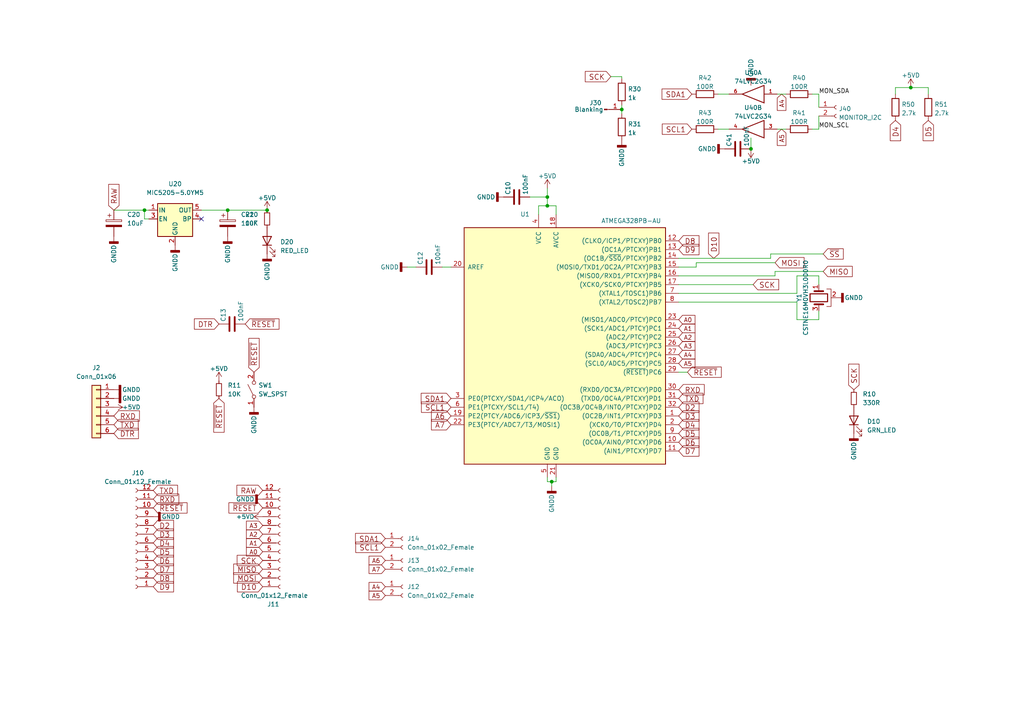
<source format=kicad_sch>
(kicad_sch (version 20211123) (generator eeschema)
  (paper "A4")
  (lib_symbols
    (symbol "74xGxx:74LVC2G34" (pin_names (offset 1.016))
      (property "Reference" "U" (at -2.54 3.81 0))
      (property "Value" "74LVC2G34" (at 0 -3.81 0))
      (symbol "74LVC2G34_0_1"
        (polyline (pts (xy -3.81 2.54) (xy -3.81 -2.54) (xy 2.54 0) (xy -3.81 2.54)) (stroke (width 0.254)))
        (pin power_in line (at 0 -2.54 270) (length 0) hide (name "GND") (number "2"))
        (pin power_in line (at 0 2.54 90) (length 0) hide (name "VCC") (number "5"))
      )
      (symbol "74LVC2G34_1_1"
        (pin input line (at -7.62 0 0) (length 3.81) (name "~") (number "1"))
        (pin output line (at 6.35 0 180) (length 3.81) (name "~") (number "6"))
      )
      (symbol "74LVC2G34_2_1"
        (pin input line (at -7.62 0 0) (length 3.81) (name "~") (number "3"))
        (pin output line (at 6.35 0 180) (length 3.81) (name "~") (number "4"))
      )
    )
    (symbol "Connector:Conn_01x01_Male" (pin_names (offset 1.016) hide)
      (property "Reference" "J" (at 0 2.54 0))
      (property "Value" "Conn_01x01_Male" (at 0 -2.54 0))
      (symbol "Conn_01x01_Male_1_1"
        (polyline (pts (xy 1.27 0) (xy 0.8636 0)) (stroke (width 0.1524)))
        (rectangle (start 0.8636 0.127) (end 0 -0.127) (stroke (width 0.1524)) (fill (type outline)))
        (pin passive line (at 5.08 0 180) (length 3.81) (name "Pin_1") (number "1"))
      )
    )
    (symbol "Connector:Conn_01x02_Female" (pin_names (offset 1.016) hide)
      (property "Reference" "J" (at 0 2.54 0))
      (property "Value" "Conn_01x02_Female" (at 0 -5.08 0))
      (symbol "Conn_01x02_Female_1_1"
        (arc (start 0 -2.032) (mid -0.508 -2.54) (end 0 -3.048) (stroke (width 0.1524)))
        (polyline (pts (xy -1.27 -2.54) (xy -0.508 -2.54)) (stroke (width 0.1524)))
        (polyline (pts (xy -1.27 0) (xy -0.508 0)) (stroke (width 0.1524)))
        (arc (start 0 0.508) (mid -0.508 0) (end 0 -0.508) (stroke (width 0.1524)))
        (pin passive line (at -5.08 0 0) (length 3.81) (name "Pin_1") (number "1"))
        (pin passive line (at -5.08 -2.54 0) (length 3.81) (name "Pin_2") (number "2"))
      )
    )
    (symbol "Connector:Conn_01x12_Female" (pin_names (offset 1.016) hide)
      (property "Reference" "J" (at 0 15.24 0))
      (property "Value" "Conn_01x12_Female" (at 0 -17.78 0))
      (symbol "Conn_01x12_Female_1_1"
        (arc (start 0 -14.732) (mid -0.508 -15.24) (end 0 -15.748) (stroke (width 0.1524)))
        (arc (start 0 -12.192) (mid -0.508 -12.7) (end 0 -13.208) (stroke (width 0.1524)))
        (arc (start 0 -9.652) (mid -0.508 -10.16) (end 0 -10.668) (stroke (width 0.1524)))
        (arc (start 0 -7.112) (mid -0.508 -7.62) (end 0 -8.128) (stroke (width 0.1524)))
        (arc (start 0 -4.572) (mid -0.508 -5.08) (end 0 -5.588) (stroke (width 0.1524)))
        (arc (start 0 -2.032) (mid -0.508 -2.54) (end 0 -3.048) (stroke (width 0.1524)))
        (polyline (pts (xy -1.27 -15.24) (xy -0.508 -15.24)) (stroke (width 0.1524)))
        (polyline (pts (xy -1.27 -12.7) (xy -0.508 -12.7)) (stroke (width 0.1524)))
        (polyline (pts (xy -1.27 -10.16) (xy -0.508 -10.16)) (stroke (width 0.1524)))
        (polyline (pts (xy -1.27 -7.62) (xy -0.508 -7.62)) (stroke (width 0.1524)))
        (polyline (pts (xy -1.27 -5.08) (xy -0.508 -5.08)) (stroke (width 0.1524)))
        (polyline (pts (xy -1.27 -2.54) (xy -0.508 -2.54)) (stroke (width 0.1524)))
        (polyline (pts (xy -1.27 0) (xy -0.508 0)) (stroke (width 0.1524)))
        (polyline (pts (xy -1.27 2.54) (xy -0.508 2.54)) (stroke (width 0.1524)))
        (polyline (pts (xy -1.27 5.08) (xy -0.508 5.08)) (stroke (width 0.1524)))
        (polyline (pts (xy -1.27 7.62) (xy -0.508 7.62)) (stroke (width 0.1524)))
        (polyline (pts (xy -1.27 10.16) (xy -0.508 10.16)) (stroke (width 0.1524)))
        (polyline (pts (xy -1.27 12.7) (xy -0.508 12.7)) (stroke (width 0.1524)))
        (arc (start 0 0.508) (mid -0.508 0) (end 0 -0.508) (stroke (width 0.1524)))
        (arc (start 0 3.048) (mid -0.508 2.54) (end 0 2.032) (stroke (width 0.1524)))
        (arc (start 0 5.588) (mid -0.508 5.08) (end 0 4.572) (stroke (width 0.1524)))
        (arc (start 0 8.128) (mid -0.508 7.62) (end 0 7.112) (stroke (width 0.1524)))
        (arc (start 0 10.668) (mid -0.508 10.16) (end 0 9.652) (stroke (width 0.1524)))
        (arc (start 0 13.208) (mid -0.508 12.7) (end 0 12.192) (stroke (width 0.1524)))
        (pin passive line (at -5.08 12.7 0) (length 3.81) (name "Pin_1") (number "1"))
        (pin passive line (at -5.08 -10.16 0) (length 3.81) (name "Pin_10") (number "10"))
        (pin passive line (at -5.08 -12.7 0) (length 3.81) (name "Pin_11") (number "11"))
        (pin passive line (at -5.08 -15.24 0) (length 3.81) (name "Pin_12") (number "12"))
        (pin passive line (at -5.08 10.16 0) (length 3.81) (name "Pin_2") (number "2"))
        (pin passive line (at -5.08 7.62 0) (length 3.81) (name "Pin_3") (number "3"))
        (pin passive line (at -5.08 5.08 0) (length 3.81) (name "Pin_4") (number "4"))
        (pin passive line (at -5.08 2.54 0) (length 3.81) (name "Pin_5") (number "5"))
        (pin passive line (at -5.08 0 0) (length 3.81) (name "Pin_6") (number "6"))
        (pin passive line (at -5.08 -2.54 0) (length 3.81) (name "Pin_7") (number "7"))
        (pin passive line (at -5.08 -5.08 0) (length 3.81) (name "Pin_8") (number "8"))
        (pin passive line (at -5.08 -7.62 0) (length 3.81) (name "Pin_9") (number "9"))
      )
    )
    (symbol "Connector_Generic:Conn_01x06" (pin_names (offset 1.016) hide)
      (property "Reference" "J" (at 0 7.62 0))
      (property "Value" "Conn_01x06" (at 0 -10.16 0))
      (symbol "Conn_01x06_1_1"
        (rectangle (start -1.27 -7.493) (end 0 -7.747) (stroke (width 0.1524)))
        (rectangle (start -1.27 -4.953) (end 0 -5.207) (stroke (width 0.1524)))
        (rectangle (start -1.27 -2.413) (end 0 -2.667) (stroke (width 0.1524)))
        (rectangle (start -1.27 0.127) (end 0 -0.127) (stroke (width 0.1524)))
        (rectangle (start -1.27 2.667) (end 0 2.413) (stroke (width 0.1524)))
        (rectangle (start -1.27 5.207) (end 0 4.953) (stroke (width 0.1524)))
        (rectangle (start -1.27 6.35) (end 1.27 -8.89) (stroke (width 0.254)) (fill (type background)))
        (pin passive line (at -5.08 5.08 0) (length 3.81) (name "Pin_1") (number "1"))
        (pin passive line (at -5.08 2.54 0) (length 3.81) (name "Pin_2") (number "2"))
        (pin passive line (at -5.08 0 0) (length 3.81) (name "Pin_3") (number "3"))
        (pin passive line (at -5.08 -2.54 0) (length 3.81) (name "Pin_4") (number "4"))
        (pin passive line (at -5.08 -5.08 0) (length 3.81) (name "Pin_5") (number "5"))
        (pin passive line (at -5.08 -7.62 0) (length 3.81) (name "Pin_6") (number "6"))
      )
    )
    (symbol "Device:C_Polarized" (pin_numbers hide) (pin_names (offset 0.254))
      (property "Reference" "C" (at 0.635 2.54 0))
      (property "Value" "C_Polarized" (at 0.635 -2.54 0))
      (symbol "C_Polarized_0_1"
        (rectangle (start -2.286 0.508) (end 2.286 1.016))
        (polyline (pts (xy -1.778 2.286) (xy -0.762 2.286)))
        (polyline (pts (xy -1.27 2.794) (xy -1.27 1.778)))
        (rectangle (start 2.286 -0.508) (end -2.286 -1.016) (fill (type outline)))
      )
      (symbol "C_Polarized_1_1"
        (pin passive line (at 0 3.81 270) (length 2.794) (name "~") (number "1"))
        (pin passive line (at 0 -3.81 90) (length 2.794) (name "~") (number "2"))
      )
    )
    (symbol "Device:LED" (pin_numbers hide) (pin_names (offset 1.016) hide)
      (property "Reference" "D" (at 0 2.54 0))
      (property "Value" "LED" (at 0 -2.54 0))
      (symbol "LED_0_1"
        (polyline (pts (xy -1.27 -1.27) (xy -1.27 1.27)) (stroke (width 0.254)))
        (polyline (pts (xy -1.27 0) (xy 1.27 0)))
        (polyline (pts (xy 1.27 -1.27) (xy 1.27 1.27) (xy -1.27 0) (xy 1.27 -1.27)) (stroke (width 0.254)))
        (polyline (pts (xy -3.048 -0.762) (xy -4.572 -2.286) (xy -3.81 -2.286) (xy -4.572 -2.286) (xy -4.572 -1.524)))
        (polyline (pts (xy -1.778 -0.762) (xy -3.302 -2.286) (xy -2.54 -2.286) (xy -3.302 -2.286) (xy -3.302 -1.524)))
      )
      (symbol "LED_1_1"
        (pin passive line (at -3.81 0 0) (length 2.54) (name "K") (number "1"))
        (pin passive line (at 3.81 0 180) (length 2.54) (name "A") (number "2"))
      )
    )
    (symbol "Device:R" (pin_numbers hide) (pin_names (offset 0))
      (property "Reference" "R" (at 2.032 0 90))
      (property "Value" "R" (at 0 0 90))
      (symbol "R_0_1"
        (rectangle (start -1.016 -2.54) (end 1.016 2.54) (stroke (width 0.254)))
      )
      (symbol "R_1_1"
        (pin passive line (at 0 3.81 270) (length 1.27) (name "~") (number "1"))
        (pin passive line (at 0 -3.81 90) (length 1.27) (name "~") (number "2"))
      )
    )
    (symbol "Device:R_Small" (pin_numbers hide) (pin_names (offset 0.254) hide)
      (property "Reference" "R" (at 0.762 0.508 0))
      (property "Value" "R_Small" (at 0.762 -1.016 0))
      (symbol "R_Small_0_1"
        (rectangle (start -0.762 1.778) (end 0.762 -1.778) (stroke (width 0.2032)))
      )
      (symbol "R_Small_1_1"
        (pin passive line (at 0 2.54 270) (length 0.762) (name "~") (number "1"))
        (pin passive line (at 0 -2.54 90) (length 0.762) (name "~") (number "2"))
      )
    )
    (symbol "Regulator_Linear:MIC5205-5.0YM5" (pin_names (offset 0.254))
      (property "Reference" "U" (at -3.81 5.715 0))
      (property "Value" "MIC5205-5.0YM5" (at 0 5.715 0))
      (symbol "MIC5205-5.0YM5_0_1"
        (rectangle (start -5.08 4.445) (end 5.08 -5.08) (stroke (width 0.254)) (fill (type background)))
      )
      (symbol "MIC5205-5.0YM5_1_1"
        (pin power_in line (at -7.62 2.54 0) (length 2.54) (name "IN") (number "1"))
        (pin power_in line (at 0 -7.62 90) (length 2.54) (name "GND") (number "2"))
        (pin input line (at -7.62 0 0) (length 2.54) (name "EN") (number "3"))
        (pin input line (at 7.62 0 180) (length 2.54) (name "BP") (number "4"))
        (pin power_out line (at 7.62 2.54 180) (length 2.54) (name "OUT") (number "5"))
      )
    )
    (symbol "Switch:SW_SPST" (pin_names (offset 0) hide)
      (property "Reference" "SW" (at 0 3.175 0))
      (property "Value" "SW_SPST" (at 0 -2.54 0))
      (symbol "SW_SPST_0_0"
        (circle (center -2.032 0) (radius 0.508))
        (polyline (pts (xy -1.524 0.254) (xy 1.524 1.778)))
        (circle (center 2.032 0) (radius 0.508))
      )
      (symbol "SW_SPST_1_1"
        (pin passive line (at -5.08 0 0) (length 2.54) (name "A") (number "1"))
        (pin passive line (at 5.08 0 180) (length 2.54) (name "B") (number "2"))
      )
    )
    (symbol "bkm-129x-scart-vga-rescue:ATMEGA328PB-AU" (pin_names (offset 1.016))
      (property "Reference" "U" (at -10.16 37.465 0))
      (property "Value" "ATMEGA328PB-AU" (at -10.16 35.56 0))
      (symbol "ATMEGA328PB-AU_0_1"
        (rectangle (start -29.21 34.29) (end 29.21 -34.29) (stroke (width 0.254)) (fill (type background)))
      )
      (symbol "ATMEGA328PB-AU_1_1"
        (pin bidirectional line (at 33.02 -20.32 180) (length 3.81) (name "(OC2B/INT1/PTCXY)PD3") (number "1"))
        (pin bidirectional line (at 33.02 -27.94 180) (length 3.81) (name "(OC0A/AIN0/PTCXY)PD6") (number "10"))
        (pin bidirectional line (at 33.02 -30.48 180) (length 3.81) (name "(AIN1/PTCXY)PD7") (number "11"))
        (pin bidirectional line (at 33.02 30.48 180) (length 3.81) (name "(CLKO/ICP1/PTCXY)PB0") (number "12"))
        (pin bidirectional line (at 33.02 27.94 180) (length 3.81) (name "(OC1A/PTCXY)PB1") (number "13"))
        (pin bidirectional line (at 33.02 25.4 180) (length 3.81) (name "(OC1B/~{SS0}/PTCXY)PB2") (number "14"))
        (pin bidirectional line (at 33.02 22.86 180) (length 3.81) (name "(MOSI0/TXD1/OC2A/PTCXY)PB3") (number "15"))
        (pin bidirectional line (at 33.02 20.32 180) (length 3.81) (name "(MISO0/RXD1/PTCXY)PB4") (number "16"))
        (pin bidirectional line (at 33.02 17.78 180) (length 3.81) (name "(XCK0/SCK0/PTCXY)PB5") (number "17"))
        (pin power_in line (at -2.54 38.1 270) (length 3.81) (name "AVCC") (number "18"))
        (pin bidirectional line (at -33.02 -20.32 0) (length 3.81) (name "PE2(PTCY/ADC6/ICP3/~{SS1})") (number "19"))
        (pin bidirectional line (at 33.02 -22.86 180) (length 3.81) (name "(XCK0/T0/PTCXY)PD4") (number "2"))
        (pin bidirectional line (at -33.02 22.86 0) (length 3.81) (name "AREF") (number "20"))
        (pin power_in line (at -2.54 -38.1 90) (length 3.81) (name "GND") (number "21"))
        (pin bidirectional line (at -33.02 -22.86 0) (length 3.81) (name "PE3(PTCY/ADC7/T3/MOSI1)") (number "22"))
        (pin bidirectional line (at 33.02 7.62 180) (length 3.81) (name "(MISO1/ADC0/PTCY)PC0") (number "23"))
        (pin bidirectional line (at 33.02 5.08 180) (length 3.81) (name "(SCK1/ADC1/PTCY)PC1") (number "24"))
        (pin bidirectional line (at 33.02 2.54 180) (length 3.81) (name "(ADC2/PTCY)PC2") (number "25"))
        (pin bidirectional line (at 33.02 0 180) (length 3.81) (name "(ADC3/PTCY)PC3") (number "26"))
        (pin bidirectional line (at 33.02 -2.54 180) (length 3.81) (name "(SDA0/ADC4/PTCY)PC4") (number "27"))
        (pin bidirectional line (at 33.02 -5.08 180) (length 3.81) (name "(SCL0/ADC5/PTCY)PC5") (number "28"))
        (pin bidirectional line (at 33.02 -7.62 180) (length 3.81) (name "(~{RESET})PC6") (number "29"))
        (pin bidirectional line (at -33.02 -15.24 0) (length 3.81) (name "PE0(PTCXY/SDA1/ICP4/ACO)") (number "3"))
        (pin bidirectional line (at 33.02 -12.7 180) (length 3.81) (name "(RXD0/OC3A/PTCXY)PD0") (number "30"))
        (pin bidirectional line (at 33.02 -15.24 180) (length 3.81) (name "(TXD0/OC4A/PTCXY)PD1") (number "31"))
        (pin bidirectional line (at 33.02 -17.78 180) (length 3.81) (name "(OC3B/OC4B/INT0/PTCXY)PD2") (number "32"))
        (pin power_in line (at -7.62 38.1 270) (length 3.81) (name "VCC") (number "4"))
        (pin power_in line (at -5.08 -38.1 90) (length 3.81) (name "GND") (number "5"))
        (pin bidirectional line (at -33.02 -17.78 0) (length 3.81) (name "PE1(PTCXY/SCL1/T4)") (number "6"))
        (pin bidirectional line (at 33.02 15.24 180) (length 3.81) (name "(XTAL1/TOSC1)PB6") (number "7"))
        (pin bidirectional line (at 33.02 12.7 180) (length 3.81) (name "(XTAL2/TOSC2)PB7") (number "8"))
        (pin bidirectional line (at 33.02 -25.4 180) (length 3.81) (name "(OC0B/T1/PTCXY)PD5") (number "9"))
      )
    )
    (symbol "bkm-129x-scart-vga-rescue:C" (pin_numbers hide) (pin_names (offset 0.254))
      (property "Reference" "C" (at 0.635 2.54 0))
      (property "Value" "C" (at 0.635 -2.54 0))
      (symbol "C_0_1"
        (polyline (pts (xy -2.032 -0.762) (xy 2.032 -0.762)) (stroke (width 0.508)))
        (polyline (pts (xy -2.032 0.762) (xy 2.032 0.762)) (stroke (width 0.508)))
      )
      (symbol "C_1_1"
        (pin passive line (at 0 3.81 270) (length 2.794) (name "~") (number "1"))
        (pin passive line (at 0 -3.81 90) (length 2.794) (name "~") (number "2"))
      )
    )
    (symbol "bkm-129x-scart-vga-rescue:Crystal_GND2" (pin_names (offset 1.016) hide)
      (property "Reference" "Y" (at 0 5.715 0))
      (property "Value" "Crystal_GND2" (at 0 3.81 0))
      (symbol "Crystal_GND2_0_1"
        (rectangle (start -1.143 2.54) (end 1.143 -2.54) (stroke (width 0.3048)))
        (polyline (pts (xy -2.54 0) (xy -1.905 0)))
        (polyline (pts (xy -1.905 -1.27) (xy -1.905 1.27)) (stroke (width 0.508)))
        (polyline (pts (xy 0 -3.81) (xy 0 -3.556)))
        (polyline (pts (xy 1.905 0) (xy 2.54 0)))
        (polyline (pts (xy 1.905 1.27) (xy 1.905 -1.27)) (stroke (width 0.508)))
        (polyline (pts (xy -2.54 -2.286) (xy -2.54 -3.556) (xy 2.54 -3.556) (xy 2.54 -2.286)))
      )
      (symbol "Crystal_GND2_1_1"
        (pin passive line (at -3.81 0 0) (length 1.27) (name "1") (number "1"))
        (pin passive line (at 0 -5.08 90) (length 1.27) (name "2") (number "2"))
        (pin passive line (at 3.81 0 180) (length 1.27) (name "3") (number "3"))
      )
    )
    (symbol "power:+5VD" (power) (pin_names (offset 0))
      (property "Value" "+5VD" (at 0 3.556 0))
      (symbol "+5VD_0_1"
        (polyline (pts (xy -0.762 1.27) (xy 0 2.54)))
        (polyline (pts (xy 0 0) (xy 0 2.54)))
        (polyline (pts (xy 0 2.54) (xy 0.762 1.27)))
      )
      (symbol "+5VD_1_1"
        (pin power_in line (at 0 0 90) (length 0) hide (name "+5VD") (number "1"))
      )
    )
    (symbol "power:GNDD" (power) (pin_names (offset 0))
      (property "Value" "GNDD" (at 0 -3.175 0))
      (symbol "GNDD_0_1"
        (rectangle (start -1.27 -1.524) (end 1.27 -2.032) (stroke (width 0.254)) (fill (type outline)))
        (polyline (pts (xy 0 0) (xy 0 -1.524)))
      )
      (symbol "GNDD_1_1"
        (pin power_in line (at 0 0 270) (length 0) hide (name "GNDD") (number "1"))
      )
    )
  )
  (junction (at 180.34 31.75))
  (junction (at 41.91 60.96))
  (junction (at 217.805 43.18))
  (junction (at 158.75 59.69))
  (junction (at 66.04 60.96))
  (junction (at 158.75 57.15))
  (junction (at 77.47 60.96))
  (junction (at 160.02 139.7))
  (junction (at 264.16 25.4))
  (no_connect (at 58.42 63.5))
  (wire (pts (xy 161.29 139.7) (xy 161.29 138.43)))
  (wire (pts (xy 237.49 37.465) (xy 237.49 33.655)))
  (wire (pts (xy 158.75 138.43) (xy 158.75 139.7)))
  (wire (pts (xy 223.52 74.93) (xy 223.52 73.66)))
  (wire (pts (xy 231.14 92.71) (xy 237.49 92.71)))
  (wire (pts (xy 156.21 59.69) (xy 158.75 59.69)))
  (wire (pts (xy 196.85 107.95) (xy 199.39 107.95)))
  (wire (pts (xy 237.49 27.305) (xy 237.49 31.115)))
  (wire (pts (xy 237.49 80.01) (xy 237.49 82.55)))
  (wire (pts (xy 196.85 82.55) (xy 218.44 82.55)))
  (wire (pts (xy 231.14 80.01) (xy 237.49 80.01)))
  (wire (pts (xy 201.93 76.2) (xy 224.79 76.2)))
  (wire (pts (xy 180.34 22.225) (xy 180.34 22.86)))
  (wire (pts (xy 158.75 57.15) (xy 158.75 59.69)))
  (wire (pts (xy 196.85 85.09) (xy 231.14 85.09)))
  (wire (pts (xy 153.67 57.15) (xy 158.75 57.15)))
  (wire (pts (xy 224.79 78.74) (xy 238.76 78.74)))
  (wire (pts (xy 217.805 40.005) (xy 217.805 43.18)))
  (wire (pts (xy 259.715 27.305) (xy 259.715 25.4)))
  (wire (pts (xy 223.52 73.66) (xy 238.76 73.66)))
  (wire (pts (xy 231.14 87.63) (xy 231.14 92.71)))
  (wire (pts (xy 224.79 80.01) (xy 224.79 78.74)))
  (wire (pts (xy 201.93 77.47) (xy 201.93 76.2)))
  (wire (pts (xy 43.18 60.96) (xy 41.91 60.96)))
  (wire (pts (xy 196.85 77.47) (xy 201.93 77.47)))
  (wire (pts (xy 235.585 27.305) (xy 237.49 27.305)))
  (wire (pts (xy 33.02 60.96) (xy 41.91 60.96)))
  (wire (pts (xy 58.42 60.96) (xy 66.04 60.96)))
  (wire (pts (xy 158.75 54.61) (xy 158.75 57.15)))
  (wire (pts (xy 259.715 25.4) (xy 264.16 25.4)))
  (wire (pts (xy 180.34 31.75) (xy 180.34 33.02)))
  (wire (pts (xy 235.585 37.465) (xy 237.49 37.465)))
  (wire (pts (xy 158.75 139.7) (xy 160.02 139.7)))
  (wire (pts (xy 208.28 37.465) (xy 211.455 37.465)))
  (wire (pts (xy 180.34 30.48) (xy 180.34 31.75)))
  (wire (pts (xy 196.85 87.63) (xy 231.14 87.63)))
  (wire (pts (xy 41.91 60.96) (xy 41.91 63.5)))
  (wire (pts (xy 208.28 27.305) (xy 211.455 27.305)))
  (wire (pts (xy 237.49 92.71) (xy 237.49 90.17)))
  (wire (pts (xy 156.21 62.23) (xy 156.21 59.69)))
  (wire (pts (xy 196.85 80.01) (xy 224.79 80.01)))
  (wire (pts (xy 269.24 25.4) (xy 269.24 27.305)))
  (wire (pts (xy 196.85 74.93) (xy 223.52 74.93)))
  (wire (pts (xy 225.425 37.465) (xy 227.965 37.465)))
  (wire (pts (xy 231.14 85.09) (xy 231.14 80.01)))
  (wire (pts (xy 160.02 139.7) (xy 160.02 140.97)))
  (wire (pts (xy 158.75 59.69) (xy 161.29 59.69)))
  (wire (pts (xy 225.425 27.305) (xy 227.965 27.305)))
  (wire (pts (xy 264.16 25.4) (xy 269.24 25.4)))
  (wire (pts (xy 160.02 139.7) (xy 161.29 139.7)))
  (wire (pts (xy 66.04 60.96) (xy 77.47 60.96)))
  (wire (pts (xy 128.27 77.47) (xy 130.81 77.47)))
  (wire (pts (xy 161.29 59.69) (xy 161.29 62.23)))
  (wire (pts (xy 118.11 77.47) (xy 120.65 77.47)))
  (wire (pts (xy 177.165 22.225) (xy 180.34 22.225)))
  (wire (pts (xy 41.91 63.5) (xy 43.18 63.5)))
  (label "MON_SCL" (at 237.49 37.338 0))
  (label "MON_SDA" (at 237.49 27.432 0))
  (global_label "SDA1" (shape input) (at 111.76 156.21 180) (effects (font (size 1.524 1.524))) (property "Intersheet References" "${INTERSHEET_REFS}" (effects hide)))
  (global_label "A4" (shape input) (at 196.85 102.87 0) (property "Intersheet References" "${INTERSHEET_REFS}" (effects hide)))
  (global_label "A7" (shape input) (at 111.76 165.1 180) (property "Intersheet References" "${INTERSHEET_REFS}" (effects hide)))
  (global_label "D9" (shape input) (at 196.85 72.39 0) (effects (font (size 1.524 1.524))) (property "Intersheet References" "${INTERSHEET_REFS}" (effects hide)))
  (global_label "D2" (shape input) (at 196.85 118.11 0) (effects (font (size 1.524 1.524))) (property "Intersheet References" "${INTERSHEET_REFS}" (effects hide)))
  (global_label "A4" (shape input) (at 111.76 170.18 180) (property "Intersheet References" "${INTERSHEET_REFS}" (effects hide)))
  (global_label "D4" (shape input) (at 44.45 157.48 0) (effects (font (size 1.524 1.524))) (property "Intersheet References" "${INTERSHEET_REFS}" (effects hide)))
  (global_label "A5" (shape input) (at 111.76 172.72 180) (property "Intersheet References" "${INTERSHEET_REFS}" (effects hide)))
  (global_label "SCK" (shape input) (at 76.2 162.56 180) (effects (font (size 1.524 1.524))) (property "Intersheet References" "${INTERSHEET_REFS}" (effects hide)))
  (global_label "A0" (shape input) (at 196.85 92.71 0) (property "Intersheet References" "${INTERSHEET_REFS}" (effects hide)))
  (global_label "A5" (shape input) (at 196.85 105.41 0) (property "Intersheet References" "${INTERSHEET_REFS}" (effects hide)))
  (global_label "A2" (shape input) (at 196.85 97.79 0) (property "Intersheet References" "${INTERSHEET_REFS}" (effects hide)))
  (global_label "MISO" (shape input) (at 76.2 165.1 180) (effects (font (size 1.524 1.524))) (property "Intersheet References" "${INTERSHEET_REFS}" (effects hide)))
  (global_label "A5" (shape input) (at 226.695 37.465 270) (property "Intersheet References" "${INTERSHEET_REFS}" (effects hide)))
  (global_label "~{RESET}" (shape input) (at 76.2 147.32 180) (effects (font (size 1.524 1.524))) (property "Intersheet References" "${INTERSHEET_REFS}" (effects hide)))
  (global_label "RAW" (shape input) (at 76.2 142.24 180) (effects (font (size 1.524 1.524))) (property "Intersheet References" "${INTERSHEET_REFS}" (effects hide)))
  (global_label "A4" (shape input) (at 226.695 27.305 270) (property "Intersheet References" "${INTERSHEET_REFS}" (effects hide)))
  (global_label "A1" (shape input) (at 76.2 157.48 180) (property "Intersheet References" "${INTERSHEET_REFS}" (effects hide)))
  (global_label "SCL1" (shape input) (at 130.81 118.11 180) (effects (font (size 1.524 1.524))) (property "Intersheet References" "${INTERSHEET_REFS}" (effects hide)))
  (global_label "~{RESET}" (shape input) (at 73.66 107.95 90) (effects (font (size 1.524 1.524))) (property "Intersheet References" "${INTERSHEET_REFS}" (effects hide)))
  (global_label "~{RESET}" (shape input) (at 71.12 93.98 0) (effects (font (size 1.524 1.524))) (property "Intersheet References" "${INTERSHEET_REFS}" (effects hide)))
  (global_label "D5" (shape input) (at 269.24 34.925 270) (effects (font (size 1.524 1.524))) (property "Intersheet References" "${INTERSHEET_REFS}" (effects hide)))
  (global_label "DTR" (shape input) (at 63.5 93.98 180) (effects (font (size 1.524 1.524))) (property "Intersheet References" "${INTERSHEET_REFS}" (effects hide)))
  (global_label "D5" (shape input) (at 44.45 160.02 0) (effects (font (size 1.524 1.524))) (property "Intersheet References" "${INTERSHEET_REFS}" (effects hide)))
  (global_label "SCK" (shape input) (at 218.44 82.55 0) (effects (font (size 1.524 1.524))) (property "Intersheet References" "${INTERSHEET_REFS}" (effects hide)))
  (global_label "MOSI" (shape input) (at 76.2 167.64 180) (effects (font (size 1.524 1.524))) (property "Intersheet References" "${INTERSHEET_REFS}" (effects hide)))
  (global_label "SCL1" (shape input) (at 200.66 37.465 180) (effects (font (size 1.524 1.524))) (property "Intersheet References" "${INTERSHEET_REFS}" (effects hide)))
  (global_label "SCL1" (shape input) (at 111.76 158.75 180) (effects (font (size 1.524 1.524))) (property "Intersheet References" "${INTERSHEET_REFS}" (effects hide)))
  (global_label "D8" (shape input) (at 44.45 167.64 0) (effects (font (size 1.524 1.524))) (property "Intersheet References" "${INTERSHEET_REFS}" (effects hide)))
  (global_label "D7" (shape input) (at 44.45 165.1 0) (effects (font (size 1.524 1.524))) (property "Intersheet References" "${INTERSHEET_REFS}" (effects hide)))
  (global_label "~{SS}" (shape input) (at 238.76 73.66 0) (effects (font (size 1.524 1.524))) (property "Intersheet References" "${INTERSHEET_REFS}" (effects hide)))
  (global_label "TXD" (shape input) (at 196.85 115.57 0) (effects (font (size 1.524 1.524))) (property "Intersheet References" "${INTERSHEET_REFS}" (effects hide)))
  (global_label "A3" (shape input) (at 76.2 152.4 180) (property "Intersheet References" "${INTERSHEET_REFS}" (effects hide)))
  (global_label "A3" (shape input) (at 196.85 100.33 0) (property "Intersheet References" "${INTERSHEET_REFS}" (effects hide)))
  (global_label "D9" (shape input) (at 44.45 170.18 0) (effects (font (size 1.524 1.524))) (property "Intersheet References" "${INTERSHEET_REFS}" (effects hide)))
  (global_label "D7" (shape input) (at 196.85 130.81 0) (effects (font (size 1.524 1.524))) (property "Intersheet References" "${INTERSHEET_REFS}" (effects hide)))
  (global_label "~{RESET}" (shape input) (at 44.45 147.32 0) (effects (font (size 1.524 1.524))) (property "Intersheet References" "${INTERSHEET_REFS}" (effects hide)))
  (global_label "SCK" (shape input) (at 177.165 22.225 180) (effects (font (size 1.524 1.524))) (property "Intersheet References" "${INTERSHEET_REFS}" (effects hide)))
  (global_label "DTR" (shape input) (at 33.02 125.73 0) (effects (font (size 1.524 1.524))) (property "Intersheet References" "${INTERSHEET_REFS}" (effects hide)))
  (global_label "RXD" (shape input) (at 33.02 120.65 0) (effects (font (size 1.524 1.524))) (property "Intersheet References" "${INTERSHEET_REFS}" (effects hide)))
  (global_label "D4" (shape input) (at 196.85 123.19 0) (effects (font (size 1.524 1.524))) (property "Intersheet References" "${INTERSHEET_REFS}" (effects hide)))
  (global_label "A6" (shape input) (at 130.81 120.65 180) (effects (font (size 1.524 1.524))) (property "Intersheet References" "${INTERSHEET_REFS}" (effects hide)))
  (global_label "D6" (shape input) (at 44.45 162.56 0) (effects (font (size 1.524 1.524))) (property "Intersheet References" "${INTERSHEET_REFS}" (effects hide)))
  (global_label "SDA1" (shape input) (at 200.66 27.305 180) (effects (font (size 1.524 1.524))) (property "Intersheet References" "${INTERSHEET_REFS}" (effects hide)))
  (global_label "A6" (shape input) (at 111.76 162.56 180) (property "Intersheet References" "${INTERSHEET_REFS}" (effects hide)))
  (global_label "D2" (shape input) (at 44.45 152.4 0) (effects (font (size 1.524 1.524))) (property "Intersheet References" "${INTERSHEET_REFS}" (effects hide)))
  (global_label "A7" (shape input) (at 130.81 123.19 180) (effects (font (size 1.524 1.524))) (property "Intersheet References" "${INTERSHEET_REFS}" (effects hide)))
  (global_label "TXD" (shape input) (at 44.45 142.24 0) (effects (font (size 1.524 1.524))) (property "Intersheet References" "${INTERSHEET_REFS}" (effects hide)))
  (global_label "~{RESET}" (shape input) (at 63.5 115.57 270) (effects (font (size 1.524 1.524))) (property "Intersheet References" "${INTERSHEET_REFS}" (effects hide)))
  (global_label "D10" (shape input) (at 207.01 74.93 90) (effects (font (size 1.524 1.524))) (property "Intersheet References" "${INTERSHEET_REFS}" (effects hide)))
  (global_label "D5" (shape input) (at 196.85 125.73 0) (effects (font (size 1.524 1.524))) (property "Intersheet References" "${INTERSHEET_REFS}" (effects hide)))
  (global_label "TXD" (shape input) (at 33.02 123.19 0) (effects (font (size 1.524 1.524))) (property "Intersheet References" "${INTERSHEET_REFS}" (effects hide)))
  (global_label "D6" (shape input) (at 196.85 128.27 0) (effects (font (size 1.524 1.524))) (property "Intersheet References" "${INTERSHEET_REFS}" (effects hide)))
  (global_label "A2" (shape input) (at 76.2 154.94 180) (property "Intersheet References" "${INTERSHEET_REFS}" (effects hide)))
  (global_label "MISO" (shape input) (at 238.76 78.74 0) (effects (font (size 1.524 1.524))) (property "Intersheet References" "${INTERSHEET_REFS}" (effects hide)))
  (global_label "D10" (shape input) (at 76.2 170.18 180) (effects (font (size 1.524 1.524))) (property "Intersheet References" "${INTERSHEET_REFS}" (effects hide)))
  (global_label "A0" (shape input) (at 76.2 160.02 180) (property "Intersheet References" "${INTERSHEET_REFS}" (effects hide)))
  (global_label "A1" (shape input) (at 196.85 95.25 0) (property "Intersheet References" "${INTERSHEET_REFS}" (effects hide)))
  (global_label "RXD" (shape input) (at 196.85 113.03 0) (effects (font (size 1.524 1.524))) (property "Intersheet References" "${INTERSHEET_REFS}" (effects hide)))
  (global_label "MOSI" (shape input) (at 224.79 76.2 0) (effects (font (size 1.524 1.524))) (property "Intersheet References" "${INTERSHEET_REFS}" (effects hide)))
  (global_label "RXD" (shape input) (at 44.45 144.78 0) (effects (font (size 1.524 1.524))) (property "Intersheet References" "${INTERSHEET_REFS}" (effects hide)))
  (global_label "D3" (shape input) (at 196.85 120.65 0) (effects (font (size 1.524 1.524))) (property "Intersheet References" "${INTERSHEET_REFS}" (effects hide)))
  (global_label "SDA1" (shape input) (at 130.81 115.57 180) (effects (font (size 1.524 1.524))) (property "Intersheet References" "${INTERSHEET_REFS}" (effects hide)))
  (global_label "~{RESET}" (shape input) (at 199.39 107.95 0) (effects (font (size 1.524 1.524))) (property "Intersheet References" "${INTERSHEET_REFS}" (effects hide)))
  (global_label "D8" (shape input) (at 196.85 69.85 0) (effects (font (size 1.524 1.524))) (property "Intersheet References" "${INTERSHEET_REFS}" (effects hide)))
  (global_label "RAW" (shape input) (at 33.02 60.96 90) (effects (font (size 1.524 1.524))) (property "Intersheet References" "${INTERSHEET_REFS}" (effects hide)))
  (global_label "SCK" (shape input) (at 247.65 113.03 90) (effects (font (size 1.524 1.524))) (property "Intersheet References" "${INTERSHEET_REFS}" (effects hide)))
  (global_label "D4" (shape input) (at 259.715 34.925 270) (effects (font (size 1.524 1.524))) (property "Intersheet References" "${INTERSHEET_REFS}" (effects hide)))
  (global_label "D3" (shape input) (at 44.45 154.94 0) (effects (font (size 1.524 1.524))) (property "Intersheet References" "${INTERSHEET_REFS}" (effects hide)))
  (symbol (lib_id "Device:R_Small") (at 63.5 113.03 180) (unit 1)
    (property "Reference" "R11" (at 66.04 111.7599 0) (effects (justify right)))
    (property "Value" "10K" (at 66.04 114.2999 0) (effects (justify right)))
    (property "Footprint" "Resistor_SMD:R_0603_1608Metric" (effects hide))
  )
  (symbol (lib_id "Device:R") (at 269.24 31.115 180) (unit 1)
    (property "Reference" "R51" (at 271.018 30.2803 0) (effects (justify right)))
    (property "Value" "2.7k" (at 271.018 32.8172 0) (effects (justify right)))
    (property "Footprint" "Resistor_SMD:R_0603_1608Metric" (effects hide))
  )
  (symbol (lib_id "power:GNDD") (at 66.04 68.58 0) (unit 1)
    (property "Reference" "#PWR0106" (effects hide))
    (property "Value" "GNDD" (at 66.04 73.66 90))
  )
  (symbol (lib_id "Device:C_Polarized") (at 33.02 64.77 0) (unit 1)
    (property "Reference" "C20" (at 36.83 62.23 0) (effects (justify left)))
    (property "Value" "10uF" (at 36.83 64.77 0) (effects (justify left)))
    (property "Footprint" "Capacitor_Tantalum_SMD:CP_EIA-3216-18_Kemet-A" (effects hide))
  )
  (symbol (lib_id "bkm-129x-scart-vga-rescue:C") (at 213.995 43.18 90) (unit 1)
    (property "Reference" "C41" (at 211.455 42.545 0) (effects (justify left)))
    (property "Value" "100nF" (at 216.535 42.545 0) (effects (justify left)))
    (property "Footprint" "Capacitor_SMD:C_0603_1608Metric" (effects hide))
  )
  (symbol (lib_id "power:+5VD") (at 63.5 110.49 0) (unit 1)
    (property "Reference" "#PWR0103" (effects hide))
    (property "Value" "+5VD" (at 63.5 106.934 0))
  )
  (symbol (lib_id "power:GNDD") (at 33.02 113.03 90) (unit 1)
    (property "Reference" "#PWR0122" (effects hide))
    (property "Value" "GNDD" (at 38.1 113.03 90))
  )
  (symbol (lib_id "bkm-129x-scart-vga-rescue:Crystal_GND2") (at 237.49 86.36 90) (mirror x) (unit 1)
    (property "Reference" "Y1" (at 231.775 86.36 0))
    (property "Value" "CSTNE16M0VH3L000R0" (at 233.68 86.36 0))
    (property "Footprint" "Crystal:Resonator_SMD_Murata_CSTxExxV-3Pin_3.0x1.1mm" (effects hide))
  )
  (symbol (lib_id "Device:R") (at 204.47 37.465 90) (unit 1)
    (property "Reference" "R43" (at 204.47 32.7492 90))
    (property "Value" "100R" (at 204.47 35.2861 90))
    (property "Footprint" "Resistor_SMD:R_0603_1608Metric" (effects hide))
  )
  (symbol (lib_id "Connector_Generic:Conn_01x06") (at 27.94 118.11 0) (mirror y) (unit 1)
    (property "Reference" "J2" (at 27.94 106.68 0))
    (property "Value" "Conn_01x06" (at 27.94 109.22 0))
    (property "Footprint" "Connector_PinHeader_2.54mm:PinHeader_1x06_P2.54mm_Horizontal" (effects hide))
  )
  (symbol (lib_id "power:+5VD") (at 158.75 54.61 0) (unit 1)
    (property "Reference" "#PWR0109" (effects hide))
    (property "Value" "+5VD" (at 158.75 51.054 0))
  )
  (symbol (lib_id "power:GNDD") (at 77.47 73.66 0) (unit 1)
    (property "Reference" "#PWR0101" (effects hide))
    (property "Value" "GNDD" (at 77.47 78.74 90))
  )
  (symbol (lib_id "Connector:Conn_01x02_Female") (at 116.84 156.21 0) (unit 1)
    (property "Reference" "J14" (at 118.11 156.2099 0) (effects (justify left)))
    (property "Value" "Conn_01x02_Female" (at 118.11 158.7499 0) (effects (justify left)))
    (property "Footprint" "Connector_PinHeader_2.54mm:PinHeader_1x02_P2.54mm_Vertical" (effects hide))
  )
  (symbol (lib_id "power:GNDD") (at 50.8 71.12 0) (unit 1)
    (property "Reference" "#PWR0104" (effects hide))
    (property "Value" "GNDD" (at 50.8 76.2 90))
  )
  (symbol (lib_id "power:GNDD") (at 33.02 115.57 90) (unit 1)
    (property "Reference" "#PWR0121" (effects hide))
    (property "Value" "GNDD" (at 38.1 115.57 90))
  )
  (symbol (lib_id "power:GNDD") (at 44.45 149.86 90) (unit 1)
    (property "Reference" "#PWR0120" (effects hide))
    (property "Value" "GNDD" (at 49.53 149.86 90))
  )
  (symbol (lib_id "power:+5VD") (at 77.47 60.96 0) (unit 1)
    (property "Reference" "#PWR0102" (effects hide))
    (property "Value" "+5VD" (at 77.47 57.404 0))
  )
  (symbol (lib_id "power:GNDD") (at 247.65 125.73 0) (unit 1)
    (property "Reference" "#PWR0113" (effects hide))
    (property "Value" "GNDD" (at 247.65 130.81 90))
  )
  (symbol (lib_id "power:GNDD") (at 33.02 68.58 0) (unit 1)
    (property "Reference" "#PWR0105" (effects hide))
    (property "Value" "GNDD" (at 33.02 73.66 90))
  )
  (symbol (lib_id "power:+5VD") (at 76.2 149.86 90) (unit 1)
    (property "Reference" "#PWR0118" (effects hide))
    (property "Value" "+5VD" (at 71.12 149.86 90))
  )
  (symbol (lib_id "Device:C_Polarized") (at 66.04 64.77 0) (unit 1)
    (property "Reference" "C21" (at 69.85 62.23 0) (effects (justify left)))
    (property "Value" "10uF" (at 69.85 64.77 0) (effects (justify left)))
    (property "Footprint" "Capacitor_Tantalum_SMD:CP_EIA-3216-18_Kemet-A" (effects hide))
  )
  (symbol (lib_id "bkm-129x-scart-vga-rescue:C") (at 67.31 93.98 90) (unit 1)
    (property "Reference" "C13" (at 64.77 93.345 0) (effects (justify left)))
    (property "Value" "100nF" (at 69.85 93.345 0) (effects (justify left)))
    (property "Footprint" "Capacitor_SMD:C_0603_1608Metric" (effects hide))
  )
  (symbol (lib_id "power:GNDD") (at 242.57 86.36 90) (unit 1)
    (property "Reference" "#PWR0110" (effects hide))
    (property "Value" "GNDD" (at 247.65 86.36 90))
  )
  (symbol (lib_id "power:GNDD") (at 146.05 57.15 270) (unit 1)
    (property "Reference" "#PWR0107" (effects hide))
    (property "Value" "GNDD" (at 140.97 57.15 90))
  )
  (symbol (lib_id "Device:R") (at 180.34 26.67 180) (unit 1)
    (property "Reference" "R30" (at 182.118 25.8353 0) (effects (justify right)))
    (property "Value" "1k" (at 182.118 28.3722 0) (effects (justify right)))
    (property "Footprint" "Resistor_SMD:R_0603_1608Metric" (effects hide))
  )
  (symbol (lib_id "Device:R") (at 259.715 31.115 180) (unit 1)
    (property "Reference" "R50" (at 261.493 30.2803 0) (effects (justify right)))
    (property "Value" "2.7k" (at 261.493 32.8172 0) (effects (justify right)))
    (property "Footprint" "Resistor_SMD:R_0603_1608Metric" (effects hide))
  )
  (symbol (lib_id "Switch:SW_SPST") (at 73.66 113.03 90) (unit 1)
    (property "Reference" "SW1" (at 74.93 111.7599 90) (effects (justify right)))
    (property "Value" "SW_SPST" (at 74.93 114.2999 90) (effects (justify right)))
    (property "Footprint" "Button_Switch_SMD:SW_Tactile_SPST_NO_Straight_CK_PTS636Sx25SMTRLFS" (effects hide))
  )
  (symbol (lib_id "bkm-129x-scart-vga-rescue:C") (at 124.46 77.47 90) (unit 1)
    (property "Reference" "C12" (at 121.92 76.835 0) (effects (justify left)))
    (property "Value" "100nF" (at 127 76.835 0) (effects (justify left)))
    (property "Footprint" "Capacitor_SMD:C_0603_1608Metric" (effects hide))
  )
  (symbol (lib_id "bkm-129x-scart-vga-rescue:C") (at 149.86 57.15 90) (unit 1)
    (property "Reference" "C10" (at 147.32 56.515 0) (effects (justify left)))
    (property "Value" "100nF" (at 152.4 56.515 0) (effects (justify left)))
    (property "Footprint" "Capacitor_SMD:C_0603_1608Metric" (effects hide))
  )
  (symbol (lib_id "power:+5VD") (at 33.02 118.11 270) (unit 1)
    (property "Reference" "#PWR0123" (effects hide))
    (property "Value" "+5VD" (at 38.1 118.11 90))
  )
  (symbol (lib_id "Device:R") (at 204.47 27.305 90) (unit 1)
    (property "Reference" "R42" (at 204.47 22.5892 90))
    (property "Value" "100R" (at 204.47 25.1261 90))
    (property "Footprint" "Resistor_SMD:R_0603_1608Metric" (effects hide))
  )
  (symbol (lib_id "Device:R") (at 231.775 27.305 90) (unit 1)
    (property "Reference" "R40" (at 231.775 22.5892 90))
    (property "Value" "100R" (at 231.775 25.1261 90))
    (property "Footprint" "Resistor_SMD:R_0603_1608Metric" (effects hide))
  )
  (symbol (lib_id "power:GNDD") (at 210.185 43.18 270) (unit 1)
    (property "Reference" "#PWR0124" (effects hide))
    (property "Value" "GNDD" (at 205.105 43.18 90))
  )
  (symbol (lib_id "Connector:Conn_01x02_Female") (at 242.57 31.115 0) (unit 1)
    (property "Reference" "J40" (at 243.2812 31.5503 0) (effects (justify left)))
    (property "Value" "MONITOR_I2C" (at 243.2812 34.0872 0) (effects (justify left)))
    (property "Footprint" "Connector_PinHeader_2.54mm:PinHeader_1x02_P2.54mm_Vertical" (effects hide))
  )
  (symbol (lib_id "Connector:Conn_01x01_Male") (at 175.26 31.75 0) (unit 1)
    (property "Reference" "J30" (at 172.72 29.845 0))
    (property "Value" "Blanking" (at 170.815 31.75 0))
    (property "Footprint" "TestPoint:TestPoint_THTPad_D2.0mm_Drill1.0mm" (effects hide))
  )
  (symbol (lib_id "74xGxx:74LVC2G34") (at 217.805 37.465 180) (unit 2)
    (property "Reference" "U40" (at 218.44 31.2252 0))
    (property "Value" "74LVC2G34" (at 218.44 33.7621 0))
    (property "Footprint" "Package_TO_SOT_SMD:SOT-23-6" (effects hide))
    (property "Datasheet" "http://www.ti.com/lit/sg/scyt129e/scyt129e.pdf" (effects hide))
  )
  (symbol (lib_id "Device:R") (at 180.34 36.83 180) (unit 1)
    (property "Reference" "R31" (at 182.118 35.9953 0) (effects (justify right)))
    (property "Value" "1k" (at 182.118 38.5322 0) (effects (justify right)))
    (property "Footprint" "Resistor_SMD:R_0603_1608Metric" (effects hide))
  )
  (symbol (lib_id "Regulator_Linear:MIC5205-5.0YM5") (at 50.8 63.5 0) (unit 1)
    (property "Reference" "U20" (at 50.8 53.34 0))
    (property "Value" "MIC5205-5.0YM5" (at 50.8 55.88 0))
    (property "Footprint" "Package_TO_SOT_SMD:SOT-23-5" (effects hide))
    (property "Datasheet" "http://ww1.microchip.com/downloads/en/DeviceDoc/20005785A.pdf" (effects hide))
  )
  (symbol (lib_id "Connector:Conn_01x12_Female") (at 39.37 157.48 180) (unit 1)
    (property "Reference" "J10" (at 40.005 137.16 0))
    (property "Value" "Conn_01x12_Female" (at 40.005 139.7 0))
    (property "Footprint" "Connector_PinHeader_2.54mm:PinHeader_1x12_P2.54mm_Vertical" (effects hide))
  )
  (symbol (lib_id "power:GNDD") (at 118.11 77.47 270) (unit 1)
    (property "Reference" "#PWR0108" (effects hide))
    (property "Value" "GNDD" (at 113.03 77.47 90))
  )
  (symbol (lib_id "Device:LED") (at 77.47 69.85 90) (unit 1)
    (property "Reference" "D20" (at 81.28 70.1674 90) (effects (justify right)))
    (property "Value" "RED_LED" (at 81.28 72.7074 90) (effects (justify right)))
    (property "Footprint" "LED_SMD:LED_0603_1608Metric" (effects hide))
  )
  (symbol (lib_id "power:GNDD") (at 217.805 24.765 180) (unit 1)
    (property "Reference" "#PWR0126" (effects hide))
    (property "Value" "GNDD" (at 217.805 19.685 90))
  )
  (symbol (lib_id "power:GNDD") (at 180.34 40.64 0) (unit 1)
    (property "Reference" "#PWR0112" (effects hide))
    (property "Value" "GNDD" (at 180.34 45.72 90))
  )
  (symbol (lib_id "bkm-129x-scart-vga-rescue:ATMEGA328PB-AU") (at 163.83 100.33 0) (unit 1)
    (property "Reference" "U1" (at 153.67 62.865 0) (effects (justify right bottom)))
    (property "Value" "ATMEGA328PB-AU" (at 191.77 64.77 0) (effects (justify right bottom)))
    (property "Footprint" "Package_QFP:TQFP-32_7x7mm_P0.8mm" (effects hide))
  )
  (symbol (lib_id "Device:LED") (at 247.65 121.92 90) (unit 1)
    (property "Reference" "D10" (at 251.46 122.2374 90) (effects (justify right)))
    (property "Value" "GRN_LED" (at 251.46 124.7774 90) (effects (justify right)))
    (property "Footprint" "LED_SMD:LED_0603_1608Metric" (effects hide))
  )
  (symbol (lib_id "Device:R_Small") (at 247.65 115.57 180) (unit 1)
    (property "Reference" "R10" (at 250.19 114.2999 0) (effects (justify right)))
    (property "Value" "330R" (at 250.19 116.8399 0) (effects (justify right)))
    (property "Footprint" "Resistor_SMD:R_0603_1608Metric" (effects hide))
  )
  (symbol (lib_id "power:+5VD") (at 264.16 25.4 0) (unit 1)
    (property "Reference" "#PWR0111" (effects hide))
    (property "Value" "+5VD" (at 264.16 21.844 0))
  )
  (symbol (lib_id "Device:R_Small") (at 77.47 63.5 0) (mirror x) (unit 1)
    (property "Reference" "R20" (at 74.93 62.2299 0) (effects (justify right)))
    (property "Value" "10K" (at 74.93 64.7699 0) (effects (justify right)))
    (property "Footprint" "Resistor_SMD:R_0603_1608Metric" (effects hide))
  )
  (symbol (lib_id "power:+5VD") (at 217.805 43.18 180) (unit 1)
    (property "Reference" "#PWR0125" (effects hide))
    (property "Value" "+5VD" (at 217.805 46.736 0))
  )
  (symbol (lib_id "Device:R") (at 231.775 37.465 90) (unit 1)
    (property "Reference" "R41" (at 231.775 32.7492 90))
    (property "Value" "100R" (at 231.775 35.2861 90))
    (property "Footprint" "Resistor_SMD:R_0603_1608Metric" (effects hide))
  )
  (symbol (lib_id "power:GNDD") (at 76.2 144.78 270) (unit 1)
    (property "Reference" "#PWR0117" (effects hide))
    (property "Value" "GNDD" (at 71.12 144.78 90))
  )
  (symbol (lib_id "74xGxx:74LVC2G34") (at 217.805 27.305 180) (unit 1)
    (property "Reference" "U40" (at 218.44 21.0652 0))
    (property "Value" "74LVC2G34" (at 218.44 23.6021 0))
    (property "Footprint" "Package_TO_SOT_SMD:SOT-23-6" (effects hide))
    (property "Datasheet" "http://www.ti.com/lit/sg/scyt129e/scyt129e.pdf" (effects hide))
  )
  (symbol (lib_id "power:GNDD") (at 160.02 140.97 0) (unit 1)
    (property "Reference" "#PWR0116" (effects hide))
    (property "Value" "GNDD" (at 160.02 146.05 90))
  )
  (symbol (lib_id "Connector:Conn_01x02_Female") (at 116.84 170.18 0) (unit 1)
    (property "Reference" "J12" (at 118.11 170.1799 0) (effects (justify left)))
    (property "Value" "Conn_01x02_Female" (at 118.11 172.7199 0) (effects (justify left)))
    (property "Footprint" "Connector_PinHeader_2.54mm:PinHeader_1x02_P2.54mm_Vertical" (effects hide))
  )
  (symbol (lib_id "Connector:Conn_01x12_Female") (at 81.28 157.48 0) (mirror x) (unit 1)
    (property "Reference" "J11" (at 77.47 175.26 0) (effects (justify left)))
    (property "Value" "Conn_01x12_Female" (at 69.85 172.72 0) (effects (justify left)))
    (property "Footprint" "Connector_PinHeader_2.54mm:PinHeader_1x12_P2.54mm_Vertical" (effects hide))
  )
  (symbol (lib_id "Connector:Conn_01x02_Female") (at 116.84 162.56 0) (unit 1)
    (property "Reference" "J13" (at 118.11 162.5599 0) (effects (justify left)))
    (property "Value" "Conn_01x02_Female" (at 118.11 165.0999 0) (effects (justify left)))
    (property "Footprint" "Connector_PinHeader_2.54mm:PinHeader_1x02_P2.54mm_Vertical" (effects hide))
  )
  (symbol (lib_id "power:GNDD") (at 73.66 118.11 0) (unit 1)
    (property "Reference" "#PWR0119" (effects hide))
    (property "Value" "GNDD" (at 73.66 123.19 90))
  )
)
</source>
